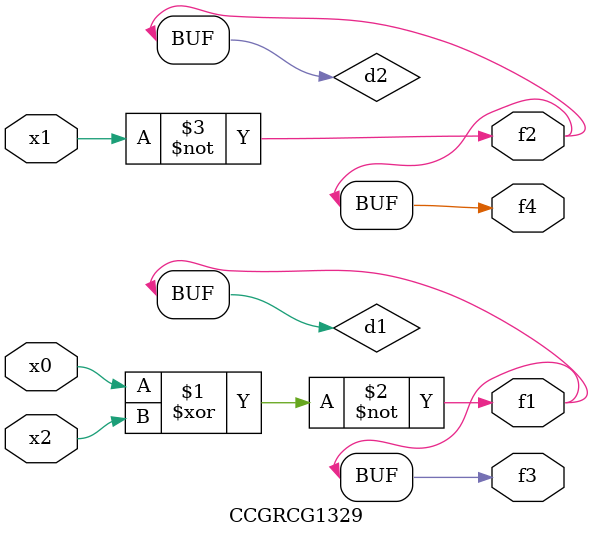
<source format=v>
module CCGRCG1329(
	input x0, x1, x2,
	output f1, f2, f3, f4
);

	wire d1, d2, d3;

	xnor (d1, x0, x2);
	nand (d2, x1);
	nor (d3, x1, x2);
	assign f1 = d1;
	assign f2 = d2;
	assign f3 = d1;
	assign f4 = d2;
endmodule

</source>
